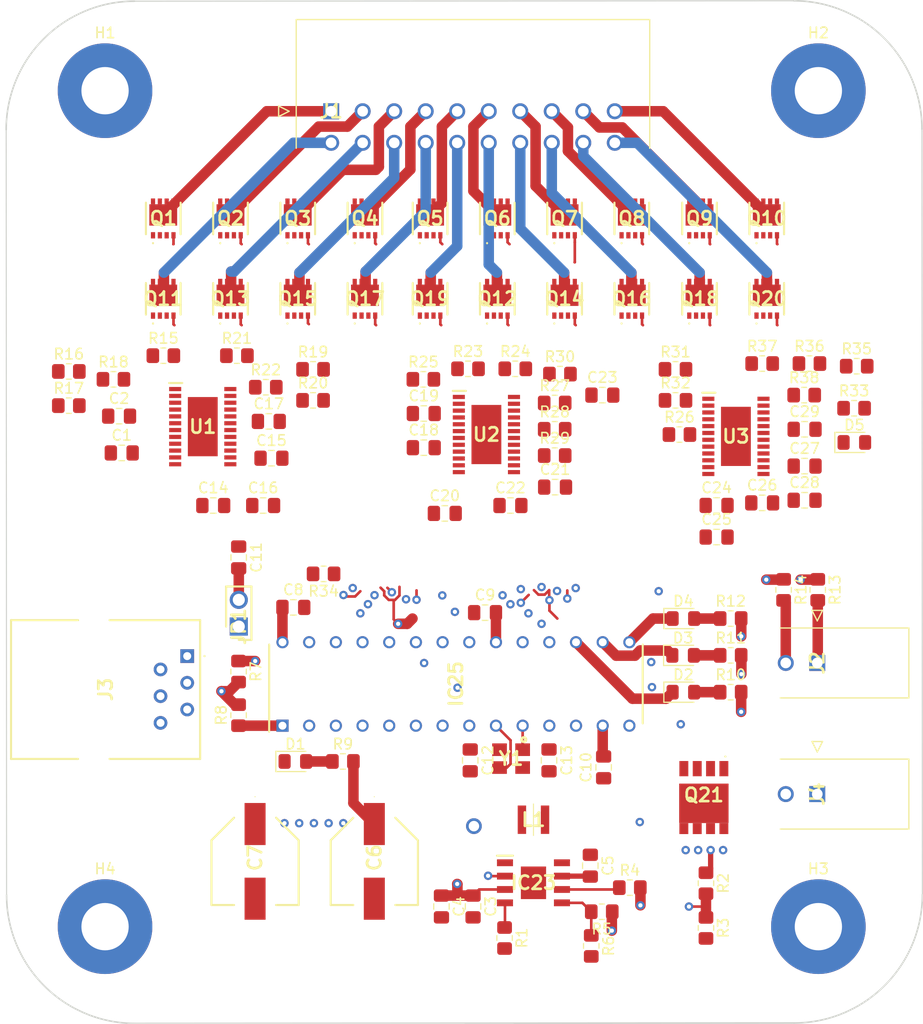
<source format=kicad_pcb>
(kicad_pcb (version 20221018) (generator pcbnew)

  (general
    (thickness 1.6)
  )

  (paper "A4")
  (layers
    (0 "F.Cu" signal)
    (1 "In1.Cu" signal)
    (2 "In2.Cu" signal)
    (31 "B.Cu" signal)
    (32 "B.Adhes" user "B.Adhesive")
    (33 "F.Adhes" user "F.Adhesive")
    (34 "B.Paste" user)
    (35 "F.Paste" user)
    (36 "B.SilkS" user "B.Silkscreen")
    (37 "F.SilkS" user "F.Silkscreen")
    (38 "B.Mask" user)
    (39 "F.Mask" user)
    (40 "Dwgs.User" user "User.Drawings")
    (41 "Cmts.User" user "User.Comments")
    (42 "Eco1.User" user "User.Eco1")
    (43 "Eco2.User" user "User.Eco2")
    (44 "Edge.Cuts" user)
    (45 "Margin" user)
    (46 "B.CrtYd" user "B.Courtyard")
    (47 "F.CrtYd" user "F.Courtyard")
    (48 "B.Fab" user)
    (49 "F.Fab" user)
    (50 "User.1" user)
    (51 "User.2" user)
    (52 "User.3" user)
    (53 "User.4" user)
    (54 "User.5" user)
    (55 "User.6" user)
    (56 "User.7" user)
    (57 "User.8" user)
    (58 "User.9" user)
  )

  (setup
    (stackup
      (layer "F.SilkS" (type "Top Silk Screen"))
      (layer "F.Paste" (type "Top Solder Paste"))
      (layer "F.Mask" (type "Top Solder Mask") (thickness 0.01))
      (layer "F.Cu" (type "copper") (thickness 0.035))
      (layer "dielectric 1" (type "prepreg") (thickness 0.1) (material "FR4") (epsilon_r 4.5) (loss_tangent 0.02))
      (layer "In1.Cu" (type "copper") (thickness 0.035))
      (layer "dielectric 2" (type "prepreg") (thickness 1.24) (material "FR4") (epsilon_r 4.5) (loss_tangent 0.02))
      (layer "In2.Cu" (type "copper") (thickness 0.035))
      (layer "dielectric 3" (type "prepreg") (thickness 0.1) (material "FR4") (epsilon_r 4.5) (loss_tangent 0.02))
      (layer "B.Cu" (type "copper") (thickness 0.035))
      (layer "B.Mask" (type "Bottom Solder Mask") (thickness 0.01))
      (layer "B.Paste" (type "Bottom Solder Paste"))
      (layer "B.SilkS" (type "Bottom Silk Screen"))
      (copper_finish "None")
      (dielectric_constraints no)
    )
    (pad_to_mask_clearance 0)
    (pcbplotparams
      (layerselection 0x00010fc_ffffffff)
      (plot_on_all_layers_selection 0x0000000_00000000)
      (disableapertmacros false)
      (usegerberextensions false)
      (usegerberattributes true)
      (usegerberadvancedattributes true)
      (creategerberjobfile true)
      (dashed_line_dash_ratio 12.000000)
      (dashed_line_gap_ratio 3.000000)
      (svgprecision 4)
      (plotframeref false)
      (viasonmask false)
      (mode 1)
      (useauxorigin false)
      (hpglpennumber 1)
      (hpglpenspeed 20)
      (hpglpendiameter 15.000000)
      (dxfpolygonmode true)
      (dxfimperialunits true)
      (dxfusepcbnewfont true)
      (psnegative false)
      (psa4output false)
      (plotreference true)
      (plotvalue true)
      (plotinvisibletext false)
      (sketchpadsonfab false)
      (subtractmaskfromsilk false)
      (outputformat 1)
      (mirror false)
      (drillshape 1)
      (scaleselection 1)
      (outputdirectory "")
    )
  )

  (net 0 "")
  (net 1 "+24V")
  (net 2 "GND")
  (net 3 "Net-(IC23-SW)")
  (net 4 "Net-(IC23-BOOT)")
  (net 5 "+5V")
  (net 6 "Net-(IC25-VCAP_OR_VDDCORE)")
  (net 7 "Net-(IC25-VDD)")
  (net 8 "Net-(JP1-B)")
  (net 9 "Net-(IC25-OSCI{slash}CLKI{slash}AN13{slash}CN30{slash}RA2)")
  (net 10 "Net-(IC25-OSCO{slash}CLKO{slash}AN14{slash}CN29{slash}RA3)")
  (net 11 "Net-(D1-A)")
  (net 12 "Net-(D2-K)")
  (net 13 "Net-(D2-A)")
  (net 14 "Net-(D3-K)")
  (net 15 "Net-(D3-A)")
  (net 16 "Net-(D4-K)")
  (net 17 "Net-(D4-A)")
  (net 18 "/Gate 1")
  (net 19 "/Gate 5")
  (net 20 "/Gate 7")
  (net 21 "SPI_MOSI")
  (net 22 "SPI_CHAIN")
  (net 23 "/Gate 9")
  (net 24 "/Gate 6")
  (net 25 "/Gate 4")
  (net 26 "/Gate 3")
  (net 27 "/Gate 10")
  (net 28 "Net-(U1-VDD)")
  (net 29 "Net-(U2-VDD)")
  (net 30 "SPI_SS")
  (net 31 "SPI_SCLK")
  (net 32 "/Gate 8")
  (net 33 "/Gate 2")
  (net 34 "/Gate 11")
  (net 35 "/Gate 15")
  (net 36 "/Gate 17")
  (net 37 "SPI_MISO")
  (net 38 "/Gate 19")
  (net 39 "/Gate 16")
  (net 40 "/Gate 14")
  (net 41 "/Gate 13")
  (net 42 "/Gate 20")
  (net 43 "Net-(U3-VDD)")
  (net 44 "Net-(D5-A)")
  (net 45 "/Gate 18")
  (net 46 "/Gate 12")
  (net 47 "Net-(IC23-EN)")
  (net 48 "Net-(IC23-RT{slash}SYNC)")
  (net 49 "Net-(IC23-FB)")
  (net 50 "Net-(IC23-PG)")
  (net 51 "Net-(IC25-MCLR{slash}VPP{slash}RA5)")
  (net 52 "PGD")
  (net 53 "PGC")
  (net 54 "I2C_SDA")
  (net 55 "I2C_SCLK")
  (net 56 "unconnected-(IC25-SOSCI{slash}AN15{slash}~{U2RTS}{slash}U2BCLK{slash}CN1{slash}RB4-Pad11)")
  (net 57 "unconnected-(IC25-PGED3{slash}AN17{slash}ASDA1{slash}SCK2{slash}IC4{slash}OC1E{slash}CLCINA{slash}CN27{slash}RB5-Pad14)")
  (net 58 "unconnected-(IC25-AN21{slash}SDA1{slash}T1CK{slash}U1RTS{slash}U1BCLK{slash}IC2{slash}OC4{slash}CLC1O{slash}CTED4{slash}CN21{slash}RB9-Pad18)")
  (net 59 "unconnected-(IC25-SDI2{slash}IC1{slash}OC5{slash}CLC2O{slash}CTED3{slash}CN9{slash}RA7-Pad19)")
  (net 60 "unconnected-(IC25-DAC1OUT{slash}AN12{slash}HLVDIN{slash}~{SS2}{slash}IC3{slash}OC2B{slash}CTED2{slash}INT2{slash}CN14{slash}RB12-Pad23)")
  (net 61 "unconnected-(IC25-DAC2OUT{slash}CVREF{slash}OA1IND{slash}OA2IND{slash}AN10{slash}C3INB{slash}RTCC{slash}C1OUT{slash}OCFA{slash}CTED5{slash}INT1{slash}CN12{slash}RB14-Pad25)")
  (net 62 "/Coil 1")
  (net 63 "/Coil 2")
  (net 64 "/Coil 3")
  (net 65 "/Coil 4")
  (net 66 "/Coil 5")
  (net 67 "/Coil 6")
  (net 68 "/Coil 7")
  (net 69 "/Coil 8")
  (net 70 "/Coil 9")
  (net 71 "/Coil 10")
  (net 72 "/Coil 11")
  (net 73 "/Coil 12")
  (net 74 "/Coil 13")
  (net 75 "/Coil 14")
  (net 76 "/Coil 15")
  (net 77 "/Coil 16")
  (net 78 "/Coil 17")
  (net 79 "/Coil 18")
  (net 80 "/Coil 19")
  (net 81 "/Coil 20")
  (net 82 "MCLR")
  (net 83 "unconnected-(J3-Pad6)")
  (net 84 "Net-(J4-Pin_2)")
  (net 85 "Net-(U1-CSB)")
  (net 86 "Net-(U1-SCLK)")
  (net 87 "Net-(U1-SI)")
  (net 88 "Net-(U1-SO)")
  (net 89 "Net-(U1-IN0)")
  (net 90 "IN0")
  (net 91 "Net-(U1-IN1)")
  (net 92 "IN1")
  (net 93 "Net-(U1-IDLE)")
  (net 94 "IDLE")
  (net 95 "Net-(U2-CSB)")
  (net 96 "Net-(U2-SCLK)")
  (net 97 "SPI_CHAIN2")
  (net 98 "Net-(U2-SO)")
  (net 99 "Net-(U3-SO)")
  (net 100 "Net-(U2-IN0)")
  (net 101 "Net-(U2-IN1)")
  (net 102 "Net-(U2-IDLE)")
  (net 103 "Net-(U3-CSB)")
  (net 104 "Net-(U3-SCLK)")
  (net 105 "Net-(U3-OUT7)")
  (net 106 "Net-(U3-IN0)")
  (net 107 "Net-(U3-IN1)")
  (net 108 "Net-(U3-IDLE)")
  (net 109 "/Gate Drivers/Gate 1")
  (net 110 "unconnected-(U1-NC-Pad7)")
  (net 111 "/Gate Drivers/Gate 3")
  (net 112 "/Gate Drivers/Gate 5")
  (net 113 "/Gate Drivers/Gate 7")
  (net 114 "unconnected-(U1-NC-Pad12)")
  (net 115 "unconnected-(U1-NC-Pad13)")
  (net 116 "/Gate Drivers/Gate 8")
  (net 117 "/Gate Drivers/Gate 6")
  (net 118 "/Gate Drivers/Gate 4")
  (net 119 "unconnected-(U1-NC-Pad18)")
  (net 120 "/Gate Drivers/Gate 2")
  (net 121 "/Gate Drivers/Gate 9")
  (net 122 "unconnected-(U2-NC-Pad7)")
  (net 123 "/Gate Drivers/Gate 11")
  (net 124 "/Gate Drivers/Gate 13")
  (net 125 "/Gate Drivers/Gate 15")
  (net 126 "unconnected-(U2-NC-Pad12)")
  (net 127 "unconnected-(U2-NC-Pad13)")
  (net 128 "/Gate Drivers/Gate 16")
  (net 129 "/Gate Drivers/Gate 14")
  (net 130 "/Gate Drivers/Gate 12")
  (net 131 "unconnected-(U2-NC-Pad18)")
  (net 132 "/Gate Drivers/Gate 10")
  (net 133 "/Gate Drivers/Gate 17")
  (net 134 "unconnected-(U3-NC-Pad7)")
  (net 135 "/Gate Drivers/Gate 19")
  (net 136 "unconnected-(U3-OUT4-Pad10)")
  (net 137 "unconnected-(U3-OUT6-Pad11)")
  (net 138 "unconnected-(U3-NC-Pad12)")
  (net 139 "unconnected-(U3-NC-Pad13)")
  (net 140 "unconnected-(U3-OUT5-Pad15)")
  (net 141 "/Gate Drivers/Gate 20")
  (net 142 "unconnected-(U3-NC-Pad18)")
  (net 143 "/Gate Drivers/Gate 18")

  (footprint "Library:HDRV2W67P0X254_1X2_508X241X858P" (layer "F.Cu") (at 101.93 108.76 90))

  (footprint "Library:PXP01530QLJ" (layer "F.Cu") (at 113.94 77.59))

  (footprint "Capacitor_SMD:C_0805_2012Metric_Pad1.18x1.45mm_HandSolder" (layer "F.Cu") (at 101.92 102.19 -90))

  (footprint "Capacitor_SMD:C_0805_2012Metric_Pad1.18x1.45mm_HandSolder" (layer "F.Cu") (at 107.1225 106.938))

  (footprint "Capacitor_SMD:C_0805_2012Metric_Pad1.18x1.45mm_HandSolder" (layer "F.Cu") (at 119.5375 88.5))

  (footprint "Capacitor_SMD:C_0805_2012Metric_Pad1.18x1.45mm_HandSolder" (layer "F.Cu") (at 124.23 135.38 -90))

  (footprint "Library:PXP01530QLJ" (layer "F.Cu") (at 113.94 69.95))

  (footprint "Resistor_SMD:R_0805_2012Metric_Pad1.20x1.40mm_HandSolder" (layer "F.Cu") (at 132 92.5))

  (footprint "Library:EEHZT1E331UP" (layer "F.Cu") (at 114.83 131.09 -90))

  (footprint "Capacitor_SMD:C_0805_2012Metric_Pad1.18x1.45mm_HandSolder" (layer "F.Cu") (at 123.96 121.4875 -90))

  (footprint "Library:PXP01530QLJ" (layer "F.Cu") (at 132.94 69.95))

  (footprint "Resistor_SMD:R_0805_2012Metric_Pad1.20x1.40mm_HandSolder" (layer "F.Cu") (at 160.5 88))

  (footprint "Library:PXP01530QLJ" (layer "F.Cu") (at 101.14 69.95))

  (footprint "Capacitor_SMD:C_0805_2012Metric_Pad1.18x1.45mm_HandSolder" (layer "F.Cu") (at 99.5 97.25))

  (footprint "Library:EEHZT1E331UP" (layer "F.Cu") (at 103.48 131.09 -90))

  (footprint "Resistor_SMD:R_0805_2012Metric_Pad1.20x1.40mm_HandSolder" (layer "F.Cu") (at 127.23 138.38 -90))

  (footprint "Capacitor_SMD:C_0805_2012Metric_Pad1.18x1.45mm_HandSolder" (layer "F.Cu") (at 136.5375 86.75))

  (footprint "Capacitor_SMD:C_0805_2012Metric_Pad1.18x1.45mm_HandSolder" (layer "F.Cu") (at 155.7875 93.5))

  (footprint "Resistor_SMD:R_0805_2012Metric_Pad1.20x1.40mm_HandSolder" (layer "F.Cu") (at 109 84.3))

  (footprint "Capacitor_SMD:C_0805_2012Metric_Pad1.18x1.45mm_HandSolder" (layer "F.Cu") (at 125.3725 107.438))

  (footprint "Library:PXP01530QLJ" (layer "F.Cu") (at 107.54 77.59))

  (footprint "Capacitor_SMD:C_0805_2012Metric_Pad1.18x1.45mm_HandSolder" (layer "F.Cu") (at 127.7875 97.25))

  (footprint "Capacitor_SMD:C_0805_2012Metric_Pad1.18x1.45mm_HandSolder" (layer "F.Cu") (at 131.46 121.4875 -90))

  (footprint "Resistor_SMD:R_0805_2012Metric_Pad1.20x1.40mm_HandSolder" (layer "F.Cu") (at 146.4 137.42 -90))

  (footprint "Library:PXP01530QLJ" (layer "F.Cu") (at 145.785 77.59))

  (footprint "Capacitor_SMD:C_0805_2012Metric_Pad1.18x1.45mm_HandSolder" (layer "F.Cu") (at 90.7875 92.25))

  (footprint "Capacitor_SMD:C_0805_2012Metric_Pad1.18x1.45mm_HandSolder" (layer "F.Cu") (at 132.0375 95.5))

  (footprint "LED_SMD:LED_0805_2012Metric_Pad1.15x1.40mm_HandSolder" (layer "F.Cu") (at 107.315 121.59))

  (footprint "Capacitor_SMD:C_0805_2012Metric_Pad1.18x1.45mm_HandSolder" (layer "F.Cu") (at 119.5375 91.75))

  (footprint "Library:PXP01530QLJ" (layer "F.Cu") (at 152.185 77.59))

  (footprint "Resistor_SMD:R_0805_2012Metric_Pad1.20x1.40mm_HandSolder" (layer "F.Cu") (at 132.5 84.75))

  (footprint "Resistor_SMD:R_0805_2012Metric_Pad1.20x1.40mm_HandSolder" (layer "F.Cu") (at 160.75 84))

  (footprint "Library:PXP01530QLJ" (layer "F.Cu") (at 120.14 69.95))

  (footprint "Resistor_SMD:R_0805_2012Metric_Pad1.20x1.40mm_HandSolder" (layer "F.Cu") (at 155.75 86.75))

  (footprint "Capacitor_SMD:C_0805_2012Metric_Pad1.18x1.45mm_HandSolder" (layer "F.Cu") (at 105.0375 92.75))

  (footprint "Resistor_SMD:R_0805_2012Metric_Pad1.20x1.40mm_HandSolder" (layer "F.Cu") (at 146.4 133.17 -90))

  (footprint "MountingHole:MountingHole_4.5mm_Pad" (layer "F.Cu") (at 89.2 57.8))

  (footprint "Resistor_SMD:R_0805_2012Metric_Pad1.20x1.40mm_HandSolder" (layer "F.Cu") (at 123.75 84.25))

  (footprint "MountingHole:MountingHole_4.5mm_Pad" (layer "F.Cu") (at 157.1 137.3))

  (footprint "Resistor_SMD:R_0805_2012Metric_Pad1.20x1.40mm_HandSolder" (layer "F.Cu") (at 148.75 111.5))

  (footprint "Resistor_SMD:R_0805_2012Metric_Pad1.20x1.40mm_HandSolder" (layer "F.Cu") (at 109 87.25))

  (footprint "Library:LQH3NPN100MMEL" (layer "F.Cu") (at 129.98 127.13 180))

  (footprint "Library:DIP794W56P254L3486H508Q28N" (layer "F.Cu") (at 122.6 114.219 90))

  (footprint "Resistor_SMD:R_0805_2012Metric_Pad1.20x1.40mm_HandSolder" (layer "F.Cu") (at 153.79 105.27 -90))

  (footprint "Capacitor_SMD:C_0805_2012Metric_Pad1.18x1.45mm_HandSolder" (layer "F.Cu") (at 136.66 122.1505 90))

  (footprint "Resistor_SMD:R_0805_2012Metric_Pad1.20x1.40mm_HandSolder" (layer "F.Cu") (at 139.15 133.59))

  (footprint "Capacitor_SMD:C_0805_2012Metric_Pad1.18x1.45mm_HandSolder" (layer "F.Cu") (at 155.7875 96.75))

  (footprint "Resistor_SMD:R_0805_2012Metric_Pad1.20x1.40mm_HandSolder" (layer "F.Cu") (at 148.75 108))

  (footprint "Library:PXP01530QLJ" (layer "F.Cu")
    (tstamp 73e81e17-076b-49ff-a70e-1795a98d4d70)
    (at 94.74 69.95)
    (descr "SOT8002-1_2022")
    (tags "MOSFET (P-Channel)")
    (property "Height" "0.9")
    (property "Manufacturer_Name" "Nexperia")
    (property "Manufacturer_Part_Number" "PXP015-30QLJ")
    (property "Mouser Part Number" "771-PXP015-30QLJ")
    (property "Mouser Price/Stock" "https://www.mouser.co.uk/ProductDetail/Nexperia/PXP015-30QLJ?qs=MyNHzdoqoQIbg8Lyue8mKw%3D%3D")
    (property "Sheetfile" "Resistor Bank Control Board.kicad_sch")
    (property "Sheetname" "")
    (property "ki_description" "Nexperia PXP015-30QL/MLPAK33")
    (path "/34539967-155e-41fd-9619-f8dabeb94065")
    (attr smd)
    (fp_text reference "Q1" (at 0 0) (layer "F.SilkS")
        (effects (font (size 1.27 1.27) (thickness 0.254)))
      (tstamp bb2e3eb3-50c6-4fc8-ac9c-5fad91329813)
    )
    (fp_text value "PXP015-30QLJ" (at 0 0) (layer "F.SilkS") hide
        (effects (font (size 1.27 1.27) (thickness 0.254)))
      (tstamp a085c118-a63e-4eb0-95d8-af6805d4ee39)
    )
    (fp_text user "${REFERENCE}" (at 0 0) (layer "F.Fab")
        (effects (font (size 1.27 1.27) (thickness 0.254)))
      (tstamp 7e5ee73e-d0da-401a-b571-cff4f1af529f)
    )
    (fp_line (start -1.65 -1.5) (end -1.65 1.5)
      (stroke (width 0.2) (type solid)) (layer "F.SilkS") (tstamp 79e333b7-0338-4098-b9e0-860f070f3164))
    (fp_line (start -0.975 2.3) (end -0.975 2.3)
      (stroke (width 0.1) (type solid)) (layer "F.SilkS") (tstamp 8adb0407-2208-4739-a031-341ca6bb69af))
    (fp_line (start -0.975 2.4) (end -0.975 2.4)
      (stroke (width 0.1) (type solid)) (layer "F.SilkS") (tstamp 8cbcab90-78e0-450a-bc58-47765c03bd94))
    (fp_line (start 1.65 -1.5) (end 1.65 1.5)
      (stroke (width 0.2) (type solid)) (layer "F.SilkS") (tstamp 8b4d8cac-a8ec-41f6-8359-ff630f15e76f))
    (fp_arc (start -0.975 2.3) (mid -0.925 2.35) (end -0.975 2.4)
      (stroke (width 0.1) (type solid)) (layer "F.SilkS") (tstamp 694848c7-d08c-4275-96f5-62833b363827))
    (fp_arc (start -0.975 2.4) (mid -1.025 2.35) (end -0.975 2.3)
      (stroke (width 0.1) (type solid)) (layer "F.SilkS") (tstamp f2bb84ac-a7ee-44ad-a148-18fd2463b749))
    (fp_line (start -2.65 -2.9) (end 2.65 -2.9)
      (stroke (width 0.1) (type solid)) (layer "F.CrtYd") (tstamp 6fbb155a-c17d-4b82-9b6a-3736b3ec1e16))
    (fp_line (start -2.65 2.9) (end -2.65 -2.9)
      (stroke (width 0.1) (type solid)) (layer "F.CrtYd") (tstamp 9056ee24-dc74-4ec0-be54-7441d596439f))
    (fp_line (start 2.65 -2.9) (end 2.65 2.9)
      (stroke (width 0.1) (type solid)) (layer "F.CrtYd") (tstamp 4fd0ea8d-3d7d-45dc-9898-c7e411e28347))
    (fp_line (start 2.65 2.9) (end -2.65 2.9)
      (stroke (width 0.1) (type solid)) (layer "F.CrtYd") (tstamp fd872226-a45f-42b5-af34-995e616b0400))
    (fp_line (start -1.65 -1.5) (end 1.65 -1.5)
      (stroke (width 0.1) (type solid)) (layer "F.Fab") (tstamp 87c59683-f402-4478-964c-2f3677bc4695))
    (fp_line (start -1.65 1.5) (end -1.65 -1.5)
      (stroke (width 0.1) (type solid)) (layer "F.Fab") (tstamp 7f78d618-4ea9-4ad8-a5a5-94b96ecf9ed9))
    (fp_line (start 1.65 -1.5) (end 1.65 1.5)
      (stroke (width 0.1) (type solid)) (layer "F.Fab") (tstamp 535929ad-fe8a-4184-94b1-a87ea1150524))
    (fp_line (start 1.65 1.5) (end -1.65 1.5)
      (stroke (width 0.1) (type solid)) (layer "F.Fab") (tstamp a9366f03-ee3d-4f53-b491-d62706fb4571))
    (pad "1" smd rect (at -0.975 1.6) (size 0.4 0.6) (layers "F.Cu" "F.Paste" "F.Mask")
      (net 2 "GND") (pinfunction "S_1") (pintype "passi
... [325451 chars truncated]
</source>
